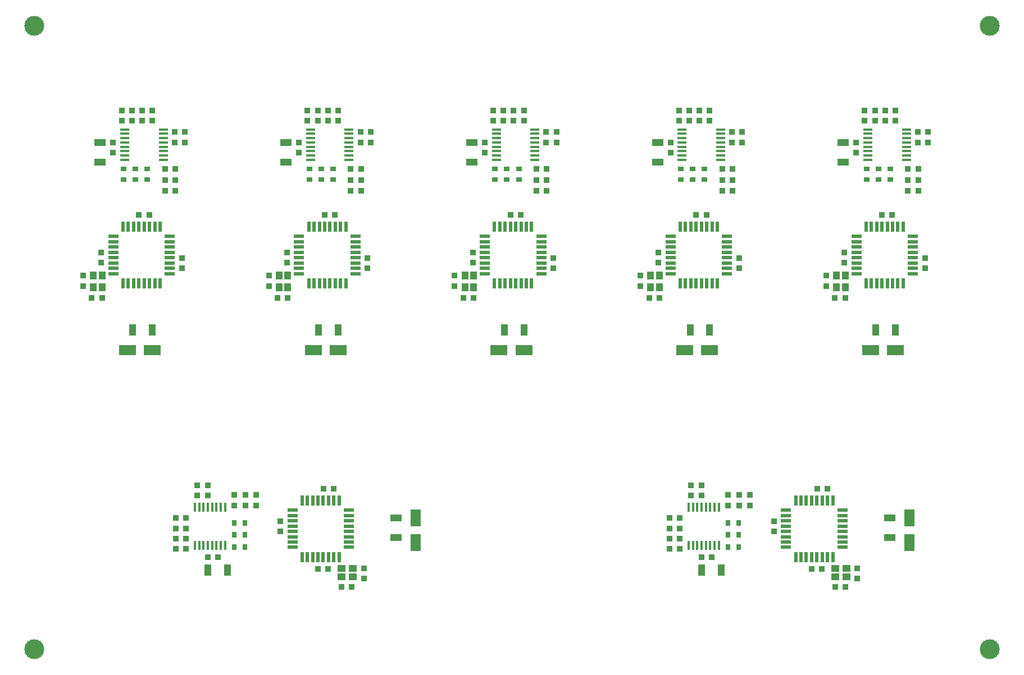
<source format=gtp>
G04*
G04 #@! TF.GenerationSoftware,Altium Limited,Altium Designer,20.2.6 (244)*
G04*
G04 Layer_Color=8421504*
%FSLAX25Y25*%
%MOIN*%
G70*
G04*
G04 #@! TF.SameCoordinates,E77E425F-5BF8-4267-B911-1ADF0C2AC1BB*
G04*
G04*
G04 #@! TF.FilePolarity,Positive*
G04*
G01*
G75*
%ADD10C,0.11811*%
%ADD11R,0.01772X0.05512*%
%ADD12R,0.03150X0.03740*%
%ADD15R,0.05906X0.02362*%
%ADD16R,0.02362X0.05906*%
%ADD17R,0.03740X0.03543*%
%ADD18R,0.06496X0.09843*%
%ADD19R,0.04528X0.03937*%
%ADD20R,0.03543X0.03740*%
%ADD21R,0.06890X0.04331*%
%ADD22R,0.04331X0.06890*%
%ADD27R,0.01772X0.05512*%
%ADD30R,0.03740X0.03543*%
%ADD31R,0.06496X0.09843*%
%ADD32R,0.04528X0.03937*%
%ADD33R,0.05512X0.01772*%
%ADD34R,0.03740X0.03150*%
%ADD37R,0.09843X0.06496*%
%ADD38R,0.03937X0.04528*%
D10*
X11811Y11811D02*
D03*
X578740Y11811D02*
D03*
Y381890D02*
D03*
X11811Y381890D02*
D03*
D11*
X418004Y96112D02*
D03*
X415445D02*
D03*
X412886D02*
D03*
X410327D02*
D03*
X407768D02*
D03*
X405209D02*
D03*
X402650D02*
D03*
X400091D02*
D03*
X418004Y73277D02*
D03*
X415445D02*
D03*
X412886D02*
D03*
X410327D02*
D03*
X407768D02*
D03*
X405209D02*
D03*
X402650D02*
D03*
X400091D02*
D03*
D12*
X423516Y86663D02*
D03*
X429815D02*
D03*
X423516Y79576D02*
D03*
X429815D02*
D03*
X423516Y72490D02*
D03*
X429815D02*
D03*
X130539Y86663D02*
D03*
X136838D02*
D03*
X130539Y79576D02*
D03*
X136838D02*
D03*
X130539Y72490D02*
D03*
X136838D02*
D03*
D15*
X491390Y91092D02*
D03*
Y87942D02*
D03*
Y94242D02*
D03*
Y81643D02*
D03*
Y78494D02*
D03*
Y84793D02*
D03*
Y75344D02*
D03*
Y72194D02*
D03*
X457926Y94242D02*
D03*
Y87942D02*
D03*
Y84793D02*
D03*
Y91092D02*
D03*
Y78494D02*
D03*
Y75344D02*
D03*
Y81643D02*
D03*
Y72194D02*
D03*
X198413Y91092D02*
D03*
Y87942D02*
D03*
Y94242D02*
D03*
Y81643D02*
D03*
Y78494D02*
D03*
Y84793D02*
D03*
Y75344D02*
D03*
Y72194D02*
D03*
X164949Y94242D02*
D03*
Y87942D02*
D03*
Y84793D02*
D03*
Y91092D02*
D03*
Y78494D02*
D03*
Y75344D02*
D03*
Y81643D02*
D03*
Y72194D02*
D03*
X92161Y247431D02*
D03*
Y244282D02*
D03*
Y250581D02*
D03*
Y237983D02*
D03*
Y234833D02*
D03*
Y241132D02*
D03*
X58697Y234833D02*
D03*
Y247431D02*
D03*
Y244282D02*
D03*
Y250581D02*
D03*
Y237983D02*
D03*
Y241132D02*
D03*
X92161Y256880D02*
D03*
Y253731D02*
D03*
X58697D02*
D03*
Y256880D02*
D03*
X202398Y247431D02*
D03*
Y244282D02*
D03*
Y250581D02*
D03*
Y237983D02*
D03*
Y234833D02*
D03*
Y241132D02*
D03*
X168933Y234833D02*
D03*
Y247431D02*
D03*
Y244282D02*
D03*
Y250581D02*
D03*
Y237983D02*
D03*
Y241132D02*
D03*
X202398Y256880D02*
D03*
Y253731D02*
D03*
X168933D02*
D03*
Y256880D02*
D03*
X312634Y247431D02*
D03*
Y244282D02*
D03*
Y250581D02*
D03*
Y237983D02*
D03*
Y234833D02*
D03*
Y241132D02*
D03*
X279169Y234833D02*
D03*
Y247431D02*
D03*
Y244282D02*
D03*
Y250581D02*
D03*
Y237983D02*
D03*
Y241132D02*
D03*
X312634Y256880D02*
D03*
Y253731D02*
D03*
X279169D02*
D03*
Y256880D02*
D03*
X422870Y247431D02*
D03*
Y244282D02*
D03*
Y250581D02*
D03*
Y237983D02*
D03*
Y234833D02*
D03*
Y241132D02*
D03*
X389405Y234833D02*
D03*
Y247431D02*
D03*
Y244282D02*
D03*
Y250581D02*
D03*
Y237983D02*
D03*
Y241132D02*
D03*
X422870Y256880D02*
D03*
Y253731D02*
D03*
X389405D02*
D03*
Y256880D02*
D03*
X533106Y247431D02*
D03*
Y244282D02*
D03*
Y250581D02*
D03*
Y237983D02*
D03*
Y234833D02*
D03*
Y241132D02*
D03*
X499642Y234833D02*
D03*
Y247431D02*
D03*
Y244282D02*
D03*
Y250581D02*
D03*
Y237983D02*
D03*
Y241132D02*
D03*
X533106Y256880D02*
D03*
Y253731D02*
D03*
X499642D02*
D03*
Y256880D02*
D03*
D16*
X473083Y99950D02*
D03*
X476233D02*
D03*
X469934D02*
D03*
X482532D02*
D03*
X485681D02*
D03*
X479382D02*
D03*
X485681Y66486D02*
D03*
X473083D02*
D03*
X476233D02*
D03*
X469934D02*
D03*
X482532D02*
D03*
X479382D02*
D03*
X463634Y99950D02*
D03*
X466784D02*
D03*
Y66486D02*
D03*
X463634D02*
D03*
X180106Y99950D02*
D03*
X183256D02*
D03*
X176957D02*
D03*
X189555D02*
D03*
X192705D02*
D03*
X186405D02*
D03*
X192705Y66486D02*
D03*
X180106D02*
D03*
X183256D02*
D03*
X176957D02*
D03*
X189555D02*
D03*
X186405D02*
D03*
X170657Y99950D02*
D03*
X173807D02*
D03*
Y66486D02*
D03*
X170657D02*
D03*
X83303Y229124D02*
D03*
X80154D02*
D03*
X86453D02*
D03*
X73854D02*
D03*
X70705D02*
D03*
X77004D02*
D03*
X67555D02*
D03*
X64406D02*
D03*
X86453Y262589D02*
D03*
X80154D02*
D03*
X77004D02*
D03*
X83303D02*
D03*
X70705D02*
D03*
X67555D02*
D03*
X73854D02*
D03*
X64406D02*
D03*
X193539Y229124D02*
D03*
X190390D02*
D03*
X196689D02*
D03*
X184090D02*
D03*
X180941D02*
D03*
X187240D02*
D03*
X177791D02*
D03*
X174642D02*
D03*
X196689Y262589D02*
D03*
X190390D02*
D03*
X187240D02*
D03*
X193539D02*
D03*
X180941D02*
D03*
X177791D02*
D03*
X184090D02*
D03*
X174642D02*
D03*
X303776Y229124D02*
D03*
X300626D02*
D03*
X306925D02*
D03*
X294327D02*
D03*
X291177D02*
D03*
X297476D02*
D03*
X288028D02*
D03*
X284878D02*
D03*
X306925Y262589D02*
D03*
X300626D02*
D03*
X297476D02*
D03*
X303776D02*
D03*
X291177D02*
D03*
X288028D02*
D03*
X294327D02*
D03*
X284878D02*
D03*
X414012Y229124D02*
D03*
X410862D02*
D03*
X417161D02*
D03*
X404563D02*
D03*
X401413D02*
D03*
X407713D02*
D03*
X398264D02*
D03*
X395114D02*
D03*
X417161Y262589D02*
D03*
X410862D02*
D03*
X407713D02*
D03*
X414012D02*
D03*
X401413D02*
D03*
X398264D02*
D03*
X404563D02*
D03*
X395114D02*
D03*
X524248Y229124D02*
D03*
X521098D02*
D03*
X527398D02*
D03*
X514799D02*
D03*
X511650D02*
D03*
X517949D02*
D03*
X508500D02*
D03*
X505350D02*
D03*
X527398Y262589D02*
D03*
X521098D02*
D03*
X517949D02*
D03*
X524248D02*
D03*
X511650D02*
D03*
X508500D02*
D03*
X514799D02*
D03*
X505350D02*
D03*
D17*
X450780Y87746D02*
D03*
Y81643D02*
D03*
X500248Y59793D02*
D03*
Y53691D02*
D03*
X407670Y109005D02*
D03*
Y102903D02*
D03*
X401469D02*
D03*
Y109005D02*
D03*
X423516Y103199D02*
D03*
Y97096D02*
D03*
X430012Y103199D02*
D03*
Y97096D02*
D03*
X394776Y89616D02*
D03*
Y83513D02*
D03*
X388674D02*
D03*
Y89616D02*
D03*
X436508Y103199D02*
D03*
Y97096D02*
D03*
X108492Y102903D02*
D03*
Y109005D02*
D03*
X101799Y89616D02*
D03*
Y83513D02*
D03*
X95697D02*
D03*
Y89616D02*
D03*
X51512Y241329D02*
D03*
Y247431D02*
D03*
X40783Y227451D02*
D03*
Y233554D02*
D03*
X99346Y237983D02*
D03*
Y244085D02*
D03*
X63618Y325739D02*
D03*
Y331841D02*
D03*
X69721Y325739D02*
D03*
Y331841D02*
D03*
X58598Y312747D02*
D03*
Y306644D02*
D03*
X161748Y241329D02*
D03*
Y247431D02*
D03*
X151020Y227451D02*
D03*
Y233554D02*
D03*
X209583Y237983D02*
D03*
Y244085D02*
D03*
X173854Y325739D02*
D03*
Y331841D02*
D03*
X179957Y325739D02*
D03*
Y331841D02*
D03*
X168835Y312747D02*
D03*
Y306644D02*
D03*
X271984Y241329D02*
D03*
Y247431D02*
D03*
X261256Y227451D02*
D03*
Y233554D02*
D03*
X319819Y237983D02*
D03*
Y244085D02*
D03*
X284090Y325739D02*
D03*
Y331841D02*
D03*
X290193Y325739D02*
D03*
Y331841D02*
D03*
X279071Y312747D02*
D03*
Y306644D02*
D03*
X382220Y241329D02*
D03*
Y247431D02*
D03*
X371492Y227451D02*
D03*
Y233554D02*
D03*
X430055Y237983D02*
D03*
Y244085D02*
D03*
X394327Y325739D02*
D03*
Y331841D02*
D03*
X400429Y325739D02*
D03*
Y331841D02*
D03*
X389307Y312747D02*
D03*
Y306644D02*
D03*
X492457Y241329D02*
D03*
Y247431D02*
D03*
X481728Y227451D02*
D03*
Y233554D02*
D03*
X540291Y237983D02*
D03*
Y244085D02*
D03*
X504563Y325739D02*
D03*
Y331841D02*
D03*
X510665Y325739D02*
D03*
Y331841D02*
D03*
X499543Y312747D02*
D03*
Y306644D02*
D03*
D18*
X531095Y89655D02*
D03*
Y74891D02*
D03*
D19*
X493851Y59793D02*
D03*
Y54675D02*
D03*
X486961Y59793D02*
D03*
Y54675D02*
D03*
D20*
X479185Y59301D02*
D03*
X473083D02*
D03*
X493063Y48572D02*
D03*
X486961D02*
D03*
X482532Y107135D02*
D03*
X476430D02*
D03*
X394776Y71407D02*
D03*
X388674D02*
D03*
X394776Y77509D02*
D03*
X388674D02*
D03*
X407768Y66387D02*
D03*
X413870D02*
D03*
X186209Y59301D02*
D03*
X180106D02*
D03*
X200086Y48572D02*
D03*
X193984D02*
D03*
X189555Y107135D02*
D03*
X183453D02*
D03*
X101799Y71407D02*
D03*
X95697D02*
D03*
X101799Y77509D02*
D03*
X95697D02*
D03*
X114791Y66387D02*
D03*
X120894D02*
D03*
X79957Y269735D02*
D03*
X73854D02*
D03*
X52004Y220266D02*
D03*
X45902D02*
D03*
X101216Y312845D02*
D03*
X95114D02*
D03*
Y319046D02*
D03*
X101216D02*
D03*
X95409Y296998D02*
D03*
X89307D02*
D03*
X95409Y290502D02*
D03*
X89307D02*
D03*
X81827Y325739D02*
D03*
X75724D02*
D03*
Y331841D02*
D03*
X81827D02*
D03*
X95409Y284006D02*
D03*
X89307D02*
D03*
X190193Y269735D02*
D03*
X184090D02*
D03*
X162240Y220266D02*
D03*
X156138D02*
D03*
X211453Y312845D02*
D03*
X205350D02*
D03*
Y319046D02*
D03*
X211453D02*
D03*
X205646Y296998D02*
D03*
X199543D02*
D03*
X205646Y290502D02*
D03*
X199543D02*
D03*
X192063Y325739D02*
D03*
X185961D02*
D03*
Y331841D02*
D03*
X192063D02*
D03*
X205646Y284006D02*
D03*
X199543D02*
D03*
X300429Y269735D02*
D03*
X294327D02*
D03*
X272476Y220266D02*
D03*
X266374D02*
D03*
X321689Y312845D02*
D03*
X315587D02*
D03*
Y319046D02*
D03*
X321689D02*
D03*
X315882Y296998D02*
D03*
X309780D02*
D03*
X315882Y290502D02*
D03*
X309780D02*
D03*
X302299Y325739D02*
D03*
X296197D02*
D03*
Y331841D02*
D03*
X302299D02*
D03*
X315882Y284006D02*
D03*
X309780D02*
D03*
X410665Y269735D02*
D03*
X404563D02*
D03*
X382713Y220266D02*
D03*
X376610D02*
D03*
X431925Y312845D02*
D03*
X425823D02*
D03*
Y319046D02*
D03*
X431925D02*
D03*
X426118Y296998D02*
D03*
X420016D02*
D03*
X426118Y290502D02*
D03*
X420016D02*
D03*
X412535Y325739D02*
D03*
X406433D02*
D03*
Y331841D02*
D03*
X412535D02*
D03*
X426118Y284006D02*
D03*
X420016D02*
D03*
X520902Y269735D02*
D03*
X514799D02*
D03*
X492949Y220266D02*
D03*
X486846D02*
D03*
X542161Y312845D02*
D03*
X536059D02*
D03*
Y319046D02*
D03*
X542161D02*
D03*
X536354Y296998D02*
D03*
X530252D02*
D03*
X536354Y290502D02*
D03*
X530252D02*
D03*
X522772Y325739D02*
D03*
X516669D02*
D03*
Y331841D02*
D03*
X522772D02*
D03*
X536354Y284006D02*
D03*
X530252D02*
D03*
D21*
X519284Y78041D02*
D03*
Y89655D02*
D03*
X226307Y78041D02*
D03*
Y89655D02*
D03*
X50921Y312747D02*
D03*
Y301132D02*
D03*
X161158Y312747D02*
D03*
Y301132D02*
D03*
X271394Y312747D02*
D03*
Y301132D02*
D03*
X381630Y312747D02*
D03*
Y301132D02*
D03*
X491866Y312747D02*
D03*
Y301132D02*
D03*
D22*
X407768Y58710D02*
D03*
X419382D02*
D03*
X114791Y58710D02*
D03*
X126405D02*
D03*
X70252Y201231D02*
D03*
X81866D02*
D03*
X180488D02*
D03*
X192102D02*
D03*
X290724D02*
D03*
X302339D02*
D03*
X400961D02*
D03*
X412575D02*
D03*
X511197D02*
D03*
X522811D02*
D03*
D27*
X125028Y96112D02*
D03*
X122468D02*
D03*
X119909D02*
D03*
X117350D02*
D03*
X114791D02*
D03*
X112232D02*
D03*
X109673D02*
D03*
X107114D02*
D03*
X125028Y73277D02*
D03*
X122468D02*
D03*
X119909D02*
D03*
X117350D02*
D03*
X114791D02*
D03*
X112232D02*
D03*
X109673D02*
D03*
X107114D02*
D03*
D30*
X157803Y87746D02*
D03*
Y81643D02*
D03*
X207272Y59793D02*
D03*
Y53691D02*
D03*
X114693Y109005D02*
D03*
Y102903D02*
D03*
X130539Y103198D02*
D03*
Y97096D02*
D03*
X137035Y103198D02*
D03*
Y97096D02*
D03*
X143531Y103198D02*
D03*
Y97096D02*
D03*
D31*
X238118Y89655D02*
D03*
Y74891D02*
D03*
D32*
X200874Y59793D02*
D03*
Y54675D02*
D03*
X193984Y59793D02*
D03*
Y54675D02*
D03*
D33*
X88323Y302510D02*
D03*
Y305069D02*
D03*
Y307628D02*
D03*
Y310187D02*
D03*
Y312747D02*
D03*
Y315305D02*
D03*
Y317865D02*
D03*
Y320424D02*
D03*
X65488Y302510D02*
D03*
Y305069D02*
D03*
Y307628D02*
D03*
Y310187D02*
D03*
Y312747D02*
D03*
Y315305D02*
D03*
Y317865D02*
D03*
Y320424D02*
D03*
X198559Y302510D02*
D03*
Y305069D02*
D03*
Y307628D02*
D03*
Y310187D02*
D03*
Y312747D02*
D03*
Y315305D02*
D03*
Y317865D02*
D03*
Y320424D02*
D03*
X175724Y302510D02*
D03*
Y305069D02*
D03*
Y307628D02*
D03*
Y310187D02*
D03*
Y312747D02*
D03*
Y315305D02*
D03*
Y317865D02*
D03*
Y320424D02*
D03*
X308795Y302510D02*
D03*
Y305069D02*
D03*
Y307628D02*
D03*
Y310187D02*
D03*
Y312747D02*
D03*
Y315305D02*
D03*
Y317865D02*
D03*
Y320424D02*
D03*
X285961Y302510D02*
D03*
Y305069D02*
D03*
Y307628D02*
D03*
Y310187D02*
D03*
Y312747D02*
D03*
Y315305D02*
D03*
Y317865D02*
D03*
Y320424D02*
D03*
X419031Y302510D02*
D03*
Y305069D02*
D03*
Y307628D02*
D03*
Y310187D02*
D03*
Y312747D02*
D03*
Y315305D02*
D03*
Y317865D02*
D03*
Y320424D02*
D03*
X396197Y302510D02*
D03*
Y305069D02*
D03*
Y307628D02*
D03*
Y310187D02*
D03*
Y312747D02*
D03*
Y315305D02*
D03*
Y317865D02*
D03*
Y320424D02*
D03*
X529268Y302510D02*
D03*
Y305069D02*
D03*
Y307628D02*
D03*
Y310187D02*
D03*
Y312747D02*
D03*
Y315305D02*
D03*
Y317865D02*
D03*
Y320424D02*
D03*
X506433Y302510D02*
D03*
Y305069D02*
D03*
Y307628D02*
D03*
Y310187D02*
D03*
Y312747D02*
D03*
Y315305D02*
D03*
Y317865D02*
D03*
Y320424D02*
D03*
D34*
X78874Y296999D02*
D03*
Y290699D02*
D03*
X71787Y296999D02*
D03*
Y290699D02*
D03*
X64701Y296999D02*
D03*
Y290699D02*
D03*
X189110Y296999D02*
D03*
Y290699D02*
D03*
X182024Y296999D02*
D03*
Y290699D02*
D03*
X174937Y296999D02*
D03*
Y290699D02*
D03*
X299346Y296999D02*
D03*
Y290699D02*
D03*
X292260Y296999D02*
D03*
Y290699D02*
D03*
X285173Y296999D02*
D03*
Y290699D02*
D03*
X409583Y296999D02*
D03*
Y290699D02*
D03*
X402496Y296999D02*
D03*
Y290699D02*
D03*
X395409Y296999D02*
D03*
Y290699D02*
D03*
X519819Y296999D02*
D03*
Y290699D02*
D03*
X512732Y296999D02*
D03*
Y290699D02*
D03*
X505646Y296999D02*
D03*
Y290699D02*
D03*
D37*
X81866Y189420D02*
D03*
X67102D02*
D03*
X192102D02*
D03*
X177339D02*
D03*
X302339D02*
D03*
X287575D02*
D03*
X412575D02*
D03*
X397811D02*
D03*
X522811D02*
D03*
X508047D02*
D03*
D38*
X52004Y226664D02*
D03*
X46886D02*
D03*
X52004Y233554D02*
D03*
X46886D02*
D03*
X162240Y226664D02*
D03*
X157122D02*
D03*
X162240Y233554D02*
D03*
X157122D02*
D03*
X272476Y226664D02*
D03*
X267358D02*
D03*
X272476Y233554D02*
D03*
X267358D02*
D03*
X382713Y226664D02*
D03*
X377594D02*
D03*
X382713Y233554D02*
D03*
X377594D02*
D03*
X492949Y226664D02*
D03*
X487831D02*
D03*
X492949Y233554D02*
D03*
X487831D02*
D03*
M02*

</source>
